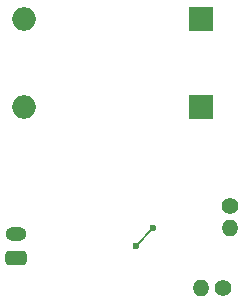
<source format=gbr>
%TF.GenerationSoftware,KiCad,Pcbnew,8.0.7*%
%TF.CreationDate,2024-12-24T07:35:49+05:30*%
%TF.ProjectId,ic555_test,69633535-355f-4746-9573-742e6b696361,rev?*%
%TF.SameCoordinates,Original*%
%TF.FileFunction,Copper,L2,Bot*%
%TF.FilePolarity,Positive*%
%FSLAX46Y46*%
G04 Gerber Fmt 4.6, Leading zero omitted, Abs format (unit mm)*
G04 Created by KiCad (PCBNEW 8.0.7) date 2024-12-24 07:35:49*
%MOMM*%
%LPD*%
G01*
G04 APERTURE LIST*
G04 Aperture macros list*
%AMRoundRect*
0 Rectangle with rounded corners*
0 $1 Rounding radius*
0 $2 $3 $4 $5 $6 $7 $8 $9 X,Y pos of 4 corners*
0 Add a 4 corners polygon primitive as box body*
4,1,4,$2,$3,$4,$5,$6,$7,$8,$9,$2,$3,0*
0 Add four circle primitives for the rounded corners*
1,1,$1+$1,$2,$3*
1,1,$1+$1,$4,$5*
1,1,$1+$1,$6,$7*
1,1,$1+$1,$8,$9*
0 Add four rect primitives between the rounded corners*
20,1,$1+$1,$2,$3,$4,$5,0*
20,1,$1+$1,$4,$5,$6,$7,0*
20,1,$1+$1,$6,$7,$8,$9,0*
20,1,$1+$1,$8,$9,$2,$3,0*%
G04 Aperture macros list end*
%TA.AperFunction,ComponentPad*%
%ADD10C,1.400000*%
%TD*%
%TA.AperFunction,ComponentPad*%
%ADD11O,1.400000X1.400000*%
%TD*%
%TA.AperFunction,ComponentPad*%
%ADD12RoundRect,0.300000X0.600000X-0.300000X0.600000X0.300000X-0.600000X0.300000X-0.600000X-0.300000X0*%
%TD*%
%TA.AperFunction,ComponentPad*%
%ADD13O,1.800000X1.200000*%
%TD*%
%TA.AperFunction,ComponentPad*%
%ADD14O,2.000000X2.000000*%
%TD*%
%TA.AperFunction,ComponentPad*%
%ADD15R,2.000000X2.000000*%
%TD*%
%TA.AperFunction,ViaPad*%
%ADD16C,0.600000*%
%TD*%
%TA.AperFunction,Conductor*%
%ADD17C,0.200000*%
%TD*%
G04 APERTURE END LIST*
D10*
%TO.P,R2,1*%
%TO.N,Net-(U1-DIS)*%
X147905000Y-93000000D03*
D11*
%TO.P,R2,2*%
%TO.N,Net-(U1-THR)*%
X146005000Y-93000000D03*
%TD*%
D10*
%TO.P,R1,1*%
%TO.N,VCC*%
X148500000Y-86095000D03*
D11*
%TO.P,R1,2*%
%TO.N,Net-(U1-DIS)*%
X148500000Y-87995000D03*
%TD*%
D12*
%TO.P,J1,1,Pin_1*%
%TO.N,VCC*%
X130400000Y-90500000D03*
D13*
%TO.P,J1,2,Pin_2*%
%TO.N,GND*%
X130400000Y-88500000D03*
%TD*%
D14*
%TO.P,C2,2*%
%TO.N,GND*%
X131000000Y-70257500D03*
D15*
%TO.P,C2,1*%
%TO.N,Net-(U1-CV)*%
X146000000Y-70257500D03*
%TD*%
%TO.P,C1,1*%
%TO.N,Net-(U1-THR)*%
X146000000Y-77757500D03*
D14*
%TO.P,C1,2*%
%TO.N,GND*%
X131000000Y-77757500D03*
%TD*%
D16*
%TO.N,VCC*%
X142000000Y-88000000D03*
X140500000Y-89500000D03*
%TD*%
D17*
%TO.N,VCC*%
X140500000Y-89500000D02*
X142000000Y-88000000D01*
%TD*%
M02*

</source>
